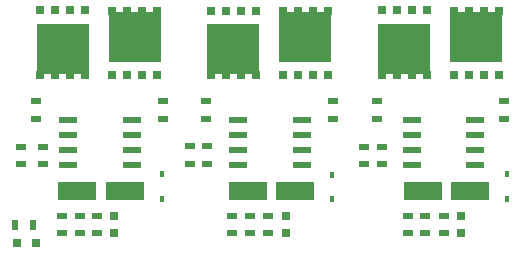
<source format=gbr>
G04 #@! TF.GenerationSoftware,KiCad,Pcbnew,(5.1.5-0-10_14)*
G04 #@! TF.CreationDate,2020-02-25T16:28:57+09:00*
G04 #@! TF.ProjectId,hbldc,68626c64-632e-46b6-9963-61645f706362,rev?*
G04 #@! TF.SameCoordinates,Original*
G04 #@! TF.FileFunction,Paste,Top*
G04 #@! TF.FilePolarity,Positive*
%FSLAX46Y46*%
G04 Gerber Fmt 4.6, Leading zero omitted, Abs format (unit mm)*
G04 Created by KiCad (PCBNEW (5.1.5-0-10_14)) date 2020-02-25 16:28:57*
%MOMM*%
%LPD*%
G04 APERTURE LIST*
%ADD10R,3.200000X1.500000*%
%ADD11R,0.750000X0.800000*%
%ADD12R,0.450000X0.600000*%
%ADD13R,0.800000X0.800000*%
%ADD14R,1.550000X1.200000*%
%ADD15R,1.550000X1.600000*%
%ADD16R,4.500000X4.290000*%
%ADD17R,0.700000X0.800000*%
%ADD18R,0.900000X0.500000*%
%ADD19R,0.500000X0.900000*%
%ADD20R,1.550000X0.600000*%
G04 APERTURE END LIST*
D10*
X94000000Y-48600000D03*
X90000000Y-48600000D03*
X104426000Y-48610000D03*
X108426000Y-48610000D03*
X123250000Y-48610000D03*
X119250000Y-48610000D03*
D11*
X93130000Y-50670000D03*
X93130000Y-52170000D03*
X107620000Y-52170000D03*
X107620000Y-50670000D03*
X122470000Y-52170000D03*
X122470000Y-50670000D03*
D12*
X97160000Y-47160000D03*
X97160000Y-49260000D03*
X111540000Y-49290000D03*
X111540000Y-47190000D03*
X126390000Y-47150000D03*
X126390000Y-49250000D03*
D13*
X86500000Y-53000000D03*
X84900000Y-53000000D03*
D14*
X95930000Y-36800000D03*
X93750000Y-36800000D03*
D15*
X95930000Y-34800000D03*
X93750000Y-34800000D03*
D16*
X94840000Y-35550000D03*
D17*
X92930000Y-33300000D03*
X94200000Y-33300000D03*
X95480000Y-33300000D03*
X96750000Y-33300000D03*
X96750000Y-38800000D03*
X95480000Y-38800000D03*
X94200000Y-38800000D03*
X92930000Y-38800000D03*
X90660000Y-33290000D03*
X89390000Y-33290000D03*
X88110000Y-33290000D03*
X86840000Y-33290000D03*
X86840000Y-38790000D03*
X88110000Y-38790000D03*
X89390000Y-38790000D03*
X90660000Y-38790000D03*
D16*
X88750000Y-36540000D03*
D15*
X89840000Y-37290000D03*
X87660000Y-37290000D03*
D14*
X89840000Y-35290000D03*
X87660000Y-35290000D03*
D17*
X107400000Y-38800000D03*
X108670000Y-38800000D03*
X109950000Y-38800000D03*
X111220000Y-38800000D03*
X111220000Y-33300000D03*
X109950000Y-33300000D03*
X108670000Y-33300000D03*
X107400000Y-33300000D03*
D16*
X109310000Y-35550000D03*
D15*
X108220000Y-34800000D03*
X110400000Y-34800000D03*
D14*
X108220000Y-36800000D03*
X110400000Y-36800000D03*
X102120000Y-35300000D03*
X104300000Y-35300000D03*
D15*
X102120000Y-37300000D03*
X104300000Y-37300000D03*
D16*
X103210000Y-36550000D03*
D17*
X105120000Y-38800000D03*
X103850000Y-38800000D03*
X102570000Y-38800000D03*
X101300000Y-38800000D03*
X101300000Y-33300000D03*
X102570000Y-33300000D03*
X103850000Y-33300000D03*
X105120000Y-33300000D03*
X121860000Y-38800000D03*
X123130000Y-38800000D03*
X124410000Y-38800000D03*
X125680000Y-38800000D03*
X125680000Y-33300000D03*
X124410000Y-33300000D03*
X123130000Y-33300000D03*
X121860000Y-33300000D03*
D16*
X123770000Y-35550000D03*
D15*
X122680000Y-34800000D03*
X124860000Y-34800000D03*
D14*
X122680000Y-36800000D03*
X124860000Y-36800000D03*
X116590000Y-35280000D03*
X118770000Y-35280000D03*
D15*
X116590000Y-37280000D03*
X118770000Y-37280000D03*
D16*
X117680000Y-36530000D03*
D17*
X119590000Y-38780000D03*
X118320000Y-38780000D03*
X117040000Y-38780000D03*
X115770000Y-38780000D03*
X115770000Y-33280000D03*
X117040000Y-33280000D03*
X118320000Y-33280000D03*
X119590000Y-33280000D03*
D18*
X85240000Y-46320000D03*
X85240000Y-44820000D03*
X87100000Y-44820000D03*
X87100000Y-46320000D03*
X99510000Y-46310000D03*
X99510000Y-44810000D03*
X101000000Y-44810000D03*
X101000000Y-46310000D03*
X114260000Y-46320000D03*
X114260000Y-44820000D03*
X115800000Y-44820000D03*
X115800000Y-46320000D03*
X97220000Y-40950000D03*
X97220000Y-42450000D03*
X86480000Y-42450000D03*
X86480000Y-40950000D03*
X111610000Y-42450000D03*
X111610000Y-40950000D03*
X100900000Y-40950000D03*
X100900000Y-42450000D03*
X126100000Y-42450000D03*
X126100000Y-40950000D03*
X115350000Y-40950000D03*
X115350000Y-42450000D03*
X90200000Y-50670000D03*
X90200000Y-52170000D03*
X104640000Y-52170000D03*
X104640000Y-50670000D03*
X119470000Y-50670000D03*
X119470000Y-52170000D03*
X91700000Y-52170000D03*
X91700000Y-50670000D03*
X106160000Y-50670000D03*
X106160000Y-52170000D03*
X88710000Y-52170000D03*
X88710000Y-50670000D03*
X103124000Y-50670000D03*
X103124000Y-52170000D03*
X117950000Y-52170000D03*
X117950000Y-50670000D03*
X121000000Y-52170000D03*
X121000000Y-50670000D03*
D19*
X84750000Y-51500000D03*
X86250000Y-51500000D03*
D20*
X89210000Y-46375000D03*
X89210000Y-45105000D03*
X89210000Y-43835000D03*
X89210000Y-42565000D03*
X94610000Y-42565000D03*
X94610000Y-43835000D03*
X94610000Y-45105000D03*
X94610000Y-46375000D03*
X108990000Y-46375000D03*
X108990000Y-45105000D03*
X108990000Y-43835000D03*
X108990000Y-42565000D03*
X103590000Y-42565000D03*
X103590000Y-43835000D03*
X103590000Y-45105000D03*
X103590000Y-46375000D03*
X118300000Y-46375000D03*
X118300000Y-45105000D03*
X118300000Y-43835000D03*
X118300000Y-42565000D03*
X123700000Y-42565000D03*
X123700000Y-43835000D03*
X123700000Y-45105000D03*
X123700000Y-46375000D03*
M02*

</source>
